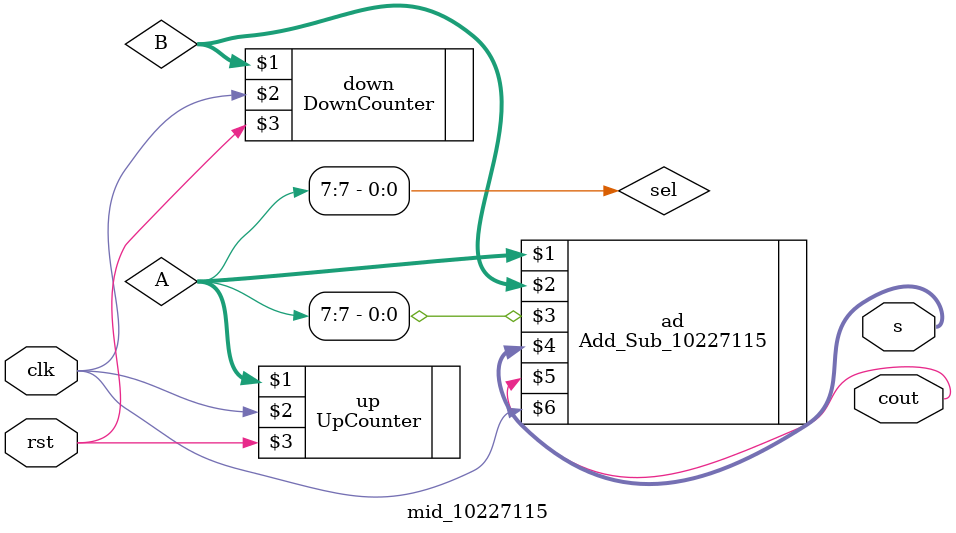
<source format=v>
module mid_10227115(clk,rst,cout,s);
  input clk,rst;
  wire [7:0] A,B;
  wire [7:0] tmpA,tmpB;
  wire sel;
  output cout;
  output [7:0] s;

  UpCounter up(A,clk,rst);
  DownCounter down(B,clk,rst);
  Add_Sub_10227115 ad(A,B,sel,s,cout,clk);
  
  assign sel = A[7];
  
endmodule
</source>
